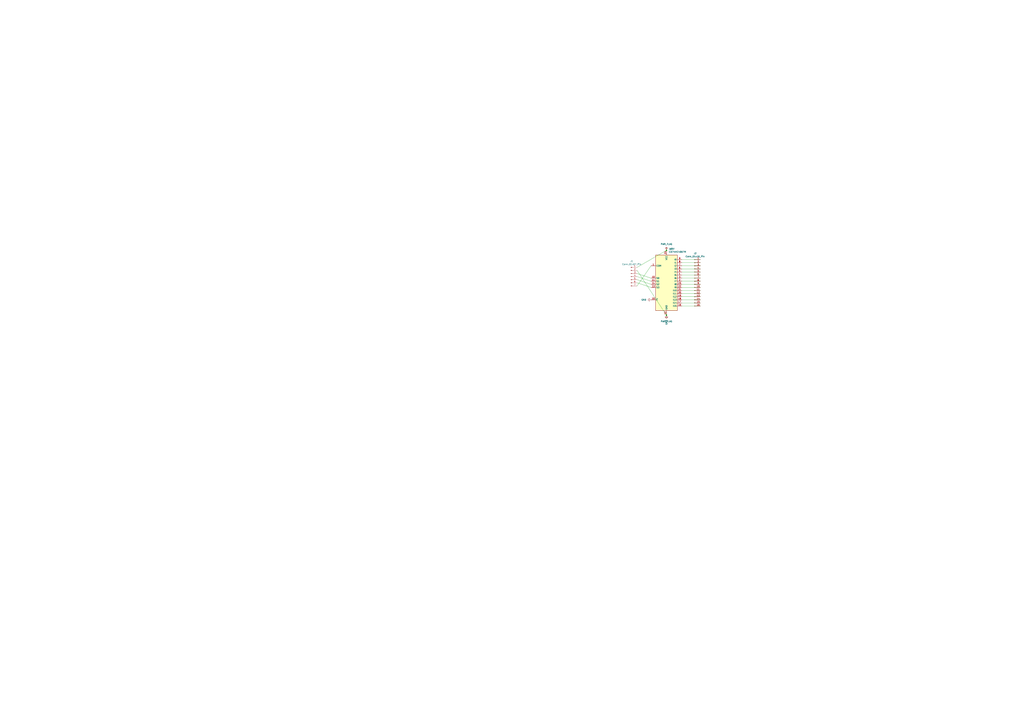
<source format=kicad_sch>
(kicad_sch (version 20231120) (generator "eeschema") (generator_version "8.0")
  (paper "A1")
  (lib_symbols
    (symbol "74xx:CD74HC4067M"
      (property "Reference" "U" (at -8.89 22.86 0))
      (property "Value" "CD74HC4067M" (at 1.27 22.86 0))
      (symbol "CD74HC4067M_0_1"
        (rectangle (start -8.89 21.59) (end 8.89 -24.13) (stroke (width 0.254)) (fill (type background)))
      )
      (symbol "CD74HC4067M_1_1"
        (pin passive line (at -12.7 12.7 0) (length 3.81) (name "COM") (number "1"))
        (pin input line (at -12.7 2.54 0) (length 3.81) (name "S0") (number "10"))
        (pin input line (at -12.7 0 0) (length 3.81) (name "S1") (number "11"))
        (pin power_in line (at 0 -27.94 90) (length 3.81) (name "GND") (number "12"))
        (pin input line (at -12.7 -5.08 0) (length 3.81) (name "S3") (number "13"))
        (pin input line (at -12.7 -2.54 0) (length 3.81) (name "S2") (number "14"))
        (pin input line (at -12.7 -15.24 0) (length 3.81) (name "~{E}") (number "15"))
        (pin passive line (at 12.7 -20.32 180) (length 3.81) (name "I15") (number "16"))
        (pin passive line (at 12.7 -17.78 180) (length 3.81) (name "I14") (number "17"))
        (pin passive line (at 12.7 -15.24 180) (length 3.81) (name "I13") (number "18"))
        (pin passive line (at 12.7 -12.7 180) (length 3.81) (name "I12") (number "19"))
        (pin passive line (at 12.7 0 180) (length 3.81) (name "I7") (number "2"))
        (pin passive line (at 12.7 -10.16 180) (length 3.81) (name "I11") (number "20"))
        (pin passive line (at 12.7 -7.62 180) (length 3.81) (name "I10") (number "21"))
        (pin passive line (at 12.7 -5.08 180) (length 3.81) (name "I9") (number "22"))
        (pin passive line (at 12.7 -2.54 180) (length 3.81) (name "I8") (number "23"))
        (pin power_in line (at 0 25.4 270) (length 3.81) (name "VCC") (number "24"))
        (pin passive line (at 12.7 2.54 180) (length 3.81) (name "I6") (number "3"))
        (pin passive line (at 12.7 5.08 180) (length 3.81) (name "I5") (number "4"))
        (pin passive line (at 12.7 7.62 180) (length 3.81) (name "I4") (number "5"))
        (pin passive line (at 12.7 10.16 180) (length 3.81) (name "I3") (number "6"))
        (pin passive line (at 12.7 12.7 180) (length 3.81) (name "I2") (number "7"))
        (pin passive line (at 12.7 15.24 180) (length 3.81) (name "I1") (number "8"))
        (pin passive line (at 12.7 17.78 180) (length 3.81) (name "I0") (number "9"))
      )
    )
    (symbol "Connector:Conn_01x07_Pin" (pin_names (offset 1.016) hide)
      (property "Reference" "J" (at 0 10.16 0))
      (property "Value" "Conn_01x07_Pin" (at 0 -10.16 0))
      (symbol "Conn_01x07_Pin_1_1"
        (polyline (pts (xy 1.27 -7.62) (xy 0.8636 -7.62)) (stroke (width 0.1524)))
        (polyline (pts (xy 1.27 -5.08) (xy 0.8636 -5.08)) (stroke (width 0.1524)))
        (polyline (pts (xy 1.27 -2.54) (xy 0.8636 -2.54)) (stroke (width 0.1524)))
        (polyline (pts (xy 1.27 0) (xy 0.8636 0)) (stroke (width 0.1524)))
        (polyline (pts (xy 1.27 2.54) (xy 0.8636 2.54)) (stroke (width 0.1524)))
        (polyline (pts (xy 1.27 5.08) (xy 0.8636 5.08)) (stroke (width 0.1524)))
        (polyline (pts (xy 1.27 7.62) (xy 0.8636 7.62)) (stroke (width 0.1524)))
        (rectangle (start 0.8636 -7.493) (end 0 -7.747) (stroke (width 0.1524)) (fill (type outline)))
        (rectangle (start 0.8636 -4.953) (end 0 -5.207) (stroke (width 0.1524)) (fill (type outline)))
        (rectangle (start 0.8636 -2.413) (end 0 -2.667) (stroke (width 0.1524)) (fill (type outline)))
        (rectangle (start 0.8636 0.127) (end 0 -0.127) (stroke (width 0.1524)) (fill (type outline)))
        (rectangle (start 0.8636 2.667) (end 0 2.413) (stroke (width 0.1524)) (fill (type outline)))
        (rectangle (start 0.8636 5.207) (end 0 4.953) (stroke (width 0.1524)) (fill (type outline)))
        (rectangle (start 0.8636 7.747) (end 0 7.493) (stroke (width 0.1524)) (fill (type outline)))
        (pin passive line (at 5.08 7.62 180) (length 3.81) (name "Pin_1") (number "1"))
        (pin passive line (at 5.08 5.08 180) (length 3.81) (name "Pin_2") (number "2"))
        (pin passive line (at 5.08 2.54 180) (length 3.81) (name "Pin_3") (number "3"))
        (pin passive line (at 5.08 0 180) (length 3.81) (name "Pin_4") (number "4"))
        (pin passive line (at 5.08 -2.54 180) (length 3.81) (name "Pin_5") (number "5"))
        (pin passive line (at 5.08 -5.08 180) (length 3.81) (name "Pin_6") (number "6"))
        (pin passive line (at 5.08 -7.62 180) (length 3.81) (name "Pin_7") (number "7"))
      )
    )
    (symbol "Connector:Conn_01x16_Pin" (pin_names (offset 1.016) hide)
      (property "Reference" "J" (at 0 20.32 0))
      (property "Value" "Conn_01x16_Pin" (at 0 -22.86 0))
      (symbol "Conn_01x16_Pin_1_1"
        (polyline (pts (xy 1.27 -20.32) (xy 0.8636 -20.32)) (stroke (width 0.1524)))
        (polyline (pts (xy 1.27 -17.78) (xy 0.8636 -17.78)) (stroke (width 0.1524)))
        (polyline (pts (xy 1.27 -15.24) (xy 0.8636 -15.24)) (stroke (width 0.1524)))
        (polyline (pts (xy 1.27 -12.7) (xy 0.8636 -12.7)) (stroke (width 0.1524)))
        (polyline (pts (xy 1.27 -10.16) (xy 0.8636 -10.16)) (stroke (width 0.1524)))
        (polyline (pts (xy 1.27 -7.62) (xy 0.8636 -7.62)) (stroke (width 0.1524)))
        (polyline (pts (xy 1.27 -5.08) (xy 0.8636 -5.08)) (stroke (width 0.1524)))
        (polyline (pts (xy 1.27 -2.54) (xy 0.8636 -2.54)) (stroke (width 0.1524)))
        (polyline (pts (xy 1.27 0) (xy 0.8636 0)) (stroke (width 0.1524)))
        (polyline (pts (xy 1.27 2.54) (xy 0.8636 2.54)) (stroke (width 0.1524)))
        (polyline (pts (xy 1.27 5.08) (xy 0.8636 5.08)) (stroke (width 0.1524)))
        (polyline (pts (xy 1.27 7.62) (xy 0.8636 7.62)) (stroke (width 0.1524)))
        (polyline (pts (xy 1.27 10.16) (xy 0.8636 10.16)) (stroke (width 0.1524)))
        (polyline (pts (xy 1.27 12.7) (xy 0.8636 12.7)) (stroke (width 0.1524)))
        (polyline (pts (xy 1.27 15.24) (xy 0.8636 15.24)) (stroke (width 0.1524)))
        (polyline (pts (xy 1.27 17.78) (xy 0.8636 17.78)) (stroke (width 0.1524)))
        (rectangle (start 0.8636 -20.193) (end 0 -20.447) (stroke (width 0.1524)) (fill (type outline)))
        (rectangle (start 0.8636 -17.653) (end 0 -17.907) (stroke (width 0.1524)) (fill (type outline)))
        (rectangle (start 0.8636 -15.113) (end 0 -15.367) (stroke (width 0.1524)) (fill (type outline)))
        (rectangle (start 0.8636 -12.573) (end 0 -12.827) (stroke (width 0.1524)) (fill (type outline)))
        (rectangle (start 0.8636 -10.033) (end 0 -10.287) (stroke (width 0.1524)) (fill (type outline)))
        (rectangle (start 0.8636 -7.493) (end 0 -7.747) (stroke (width 0.1524)) (fill (type outline)))
        (rectangle (start 0.8636 -4.953) (end 0 -5.207) (stroke (width 0.1524)) (fill (type outline)))
        (rectangle (start 0.8636 -2.413) (end 0 -2.667) (stroke (width 0.1524)) (fill (type outline)))
        (rectangle (start 0.8636 0.127) (end 0 -0.127) (stroke (width 0.1524)) (fill (type outline)))
        (rectangle (start 0.8636 2.667) (end 0 2.413) (stroke (width 0.1524)) (fill (type outline)))
        (rectangle (start 0.8636 5.207) (end 0 4.953) (stroke (width 0.1524)) (fill (type outline)))
        (rectangle (start 0.8636 7.747) (end 0 7.493) (stroke (width 0.1524)) (fill (type outline)))
        (rectangle (start 0.8636 10.287) (end 0 10.033) (stroke (width 0.1524)) (fill (type outline)))
        (rectangle (start 0.8636 12.827) (end 0 12.573) (stroke (width 0.1524)) (fill (type outline)))
        (rectangle (start 0.8636 15.367) (end 0 15.113) (stroke (width 0.1524)) (fill (type outline)))
        (rectangle (start 0.8636 17.907) (end 0 17.653) (stroke (width 0.1524)) (fill (type outline)))
        (pin passive line (at 5.08 17.78 180) (length 3.81) (name "Pin_1") (number "1"))
        (pin passive line (at 5.08 -5.08 180) (length 3.81) (name "Pin_10") (number "10"))
        (pin passive line (at 5.08 -7.62 180) (length 3.81) (name "Pin_11") (number "11"))
        (pin passive line (at 5.08 -10.16 180) (length 3.81) (name "Pin_12") (number "12"))
        (pin passive line (at 5.08 -12.7 180) (length 3.81) (name "Pin_13") (number "13"))
        (pin passive line (at 5.08 -15.24 180) (length 3.81) (name "Pin_14") (number "14"))
        (pin passive line (at 5.08 -17.78 180) (length 3.81) (name "Pin_15") (number "15"))
        (pin passive line (at 5.08 -20.32 180) (length 3.81) (name "Pin_16") (number "16"))
        (pin passive line (at 5.08 15.24 180) (length 3.81) (name "Pin_2") (number "2"))
        (pin passive line (at 5.08 12.7 180) (length 3.81) (name "Pin_3") (number "3"))
        (pin passive line (at 5.08 10.16 180) (length 3.81) (name "Pin_4") (number "4"))
        (pin passive line (at 5.08 7.62 180) (length 3.81) (name "Pin_5") (number "5"))
        (pin passive line (at 5.08 5.08 180) (length 3.81) (name "Pin_6") (number "6"))
        (pin passive line (at 5.08 2.54 180) (length 3.81) (name "Pin_7") (number "7"))
        (pin passive line (at 5.08 0 180) (length 3.81) (name "Pin_8") (number "8"))
        (pin passive line (at 5.08 -2.54 180) (length 3.81) (name "Pin_9") (number "9"))
      )
    )
    (symbol "power:+5V" (power) (pin_names (offset 0))
      (property "Value" "+5V" (at 0 3.556 0))
      (symbol "+5V_0_1"
        (polyline (pts (xy -0.762 1.27) (xy 0 2.54)))
        (polyline (pts (xy 0 0) (xy 0 2.54)))
        (polyline (pts (xy 0 2.54) (xy 0.762 1.27)))
      )
      (symbol "+5V_1_1"
        (pin power_in line (at 0 0 90) (length 0) hide (name "+5V") (number "1"))
      )
    )
    (symbol "power:GND" (power) (pin_names (offset 0))
      (property "Value" "GND" (at 0 -3.81 0))
      (symbol "GND_0_1"
        (polyline (pts (xy 0 0) (xy 0 -1.27) (xy 1.27 -1.27) (xy 0 -2.54) (xy -1.27 -1.27) (xy 0 -1.27)))
      )
      (symbol "GND_1_1"
        (pin power_in line (at 0 0 270) (length 0) hide (name "GND") (number "1"))
      )
    )
    (symbol "power:PWR_FLAG" (power) (pin_numbers hide) (pin_names (offset 0) hide)
      (property "Value" "PWR_FLAG" (at 0 3.81 0))
      (symbol "PWR_FLAG_0_0"
        (pin power_out line (at 0 0 90) (length 0) (name "~") (number "1"))
      )
      (symbol "PWR_FLAG_0_1"
        (polyline (pts (xy 0 0) (xy 0 1.27) (xy -1.016 1.905) (xy 0 2.54) (xy 1.016 1.905) (xy 0 1.27)))
      )
    )
  )
  (junction (at 547.37 259.08))
  (junction (at 547.37 205.74))
  (wire (pts (xy 560.07 238.76) (xy 575.31 238.76)))
  (wire (pts (xy 534.67 231.14) (xy 523.24 227.33)))
  (wire (pts (xy 560.07 223.52) (xy 575.31 223.52)))
  (wire (pts (xy 560.07 236.22) (xy 575.31 236.22)))
  (wire (pts (xy 560.07 218.44) (xy 575.31 218.44)))
  (wire (pts (xy 560.07 248.92) (xy 575.31 248.92)))
  (wire (pts (xy 560.07 226.06) (xy 575.31 226.06)))
  (wire (pts (xy 560.07 231.14) (xy 575.31 231.14)))
  (wire (pts (xy 523.24 219.71) (xy 547.37 205.74)))
  (wire (pts (xy 560.07 246.38) (xy 575.31 246.38)))
  (wire (pts (xy 560.07 220.98) (xy 575.31 220.98)))
  (wire (pts (xy 534.67 233.68) (xy 523.24 229.87)))
  (wire (pts (xy 560.07 243.84) (xy 575.31 243.84)))
  (wire (pts (xy 560.07 233.68) (xy 575.31 233.68)))
  (wire (pts (xy 560.07 213.36) (xy 575.31 213.36)))
  (wire (pts (xy 560.07 228.6) (xy 575.31 228.6)))
  (wire (pts (xy 534.67 236.22) (xy 523.24 232.41)))
  (wire (pts (xy 560.07 251.46) (xy 575.31 251.46)))
  (wire (pts (xy 560.07 215.9) (xy 575.31 215.9)))
  (wire (pts (xy 534.67 228.6) (xy 523.24 224.79)))
  (wire (pts (xy 560.07 241.3) (xy 575.31 241.3)))
  (wire (pts (xy 534.67 218.44) (xy 523.24 234.95)))
  (wire (pts (xy 547.37 259.08) (xy 523.24 222.25)))
  (symbol (lib_id "Connector:Conn_01x07_Pin") (at 518.16 227.33 0) (unit 1)
    (property "Reference" "J1" (at 518.795 214.63 0))
    (property "Value" "Conn_01x07_Pin" (at 518.795 217.17 0))
    (property "Footprint" "Connector_PinHeader_2.54mm:PinHeader_1x07_P2.54mm_Vertical" (effects (hide yes)))
    (property "Description" "Generic connector, single row, 01x07, script generated" (effects (hide yes)))
  )
  (symbol (lib_id "power:+5V") (at 547.37 205.74 0) (unit 1)
    (property "Reference" "#PWR02" (effects (hide yes)))
    (property "Value" "+5V" (at 549.91 204.4699 0) (effects (justify left)))
  )
  (symbol (lib_id "Connector:Conn_01x16_Pin") (at 570.23 231.14 0) (unit 1)
    (property "Reference" "J2" (at 570.865 208.28 0))
    (property "Value" "Conn_01x16_Pin" (at 570.865 210.82 0))
    (property "Footprint" "Connector_PinHeader_2.54mm:PinHeader_1x16_P2.54mm_Vertical" (effects (hide yes)))
    (property "Description" "Generic connector, single row, 01x16, script generated" (effects (hide yes)))
  )
  (symbol (lib_id "74xx:CD74HC4067M") (at 547.37 231.14 0) (unit 1)
    (property "Reference" "U1" (at 549.3894 204.47 0) (effects (justify left)))
    (property "Value" "CD74HC4067M" (at 549.3894 207.01 0) (effects (justify left)))
    (property "Footprint" "Package_SO:SOIC-24W_7.5x15.4mm_P1.27mm" (effects (hide yes)))
    (property "Datasheet" "http://www.ti.com/lit/ds/symlink/cd74hc4067.pdf" (effects (hide yes)))
  )
  (symbol (lib_id "power:PWR_FLAG") (at 547.37 259.08 180) (unit 1)
    (property "Reference" "#FLG02" (effects (hide yes)))
    (property "Value" "PWR_FLAG" (at 547.37 264.16 0))
    (property "Description" "Special symbol for telling ERC where power comes from" (effects (hide yes)))
  )
  (symbol (lib_id "power:GND") (at 547.37 259.08 0) (unit 1)
    (property "Reference" "#PWR03" (effects (hide yes)))
    (property "Value" "GND" (at 547.3701 262.89 90) (effects (justify right)))
  )
  (symbol (lib_id "power:PWR_FLAG") (at 547.37 205.74 0) (unit 1)
    (property "Reference" "#FLG01" (effects (hide yes)))
    (property "Value" "PWR_FLAG" (at 547.37 200.66 0))
    (property "Description" "Special symbol for telling ERC where power comes from" (effects (hide yes)))
  )
  (symbol (lib_id "power:GND") (at 534.67 246.38 270) (unit 1)
    (property "Reference" "#PWR01" (effects (hide yes)))
    (property "Value" "GND" (at 530.86 246.3801 90) (effects (justify right)))
  )
)
</source>
